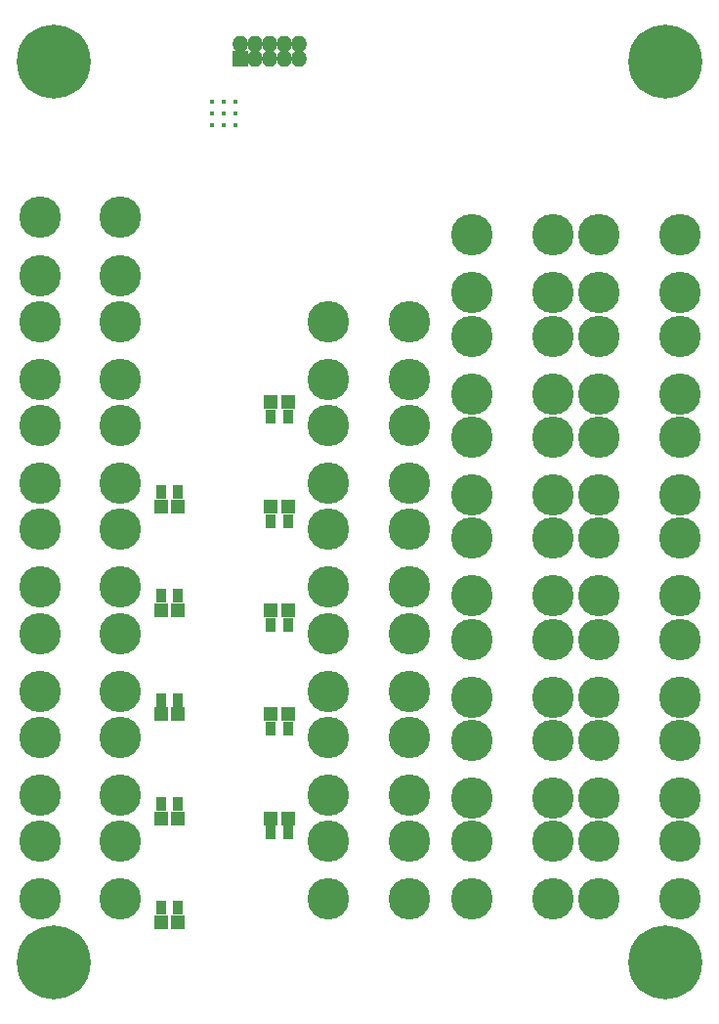
<source format=gbs>
G04 #@! TF.GenerationSoftware,KiCad,Pcbnew,(5.0.0)*
G04 #@! TF.CreationDate,2018-11-03T20:55:02-02:30*
G04 #@! TF.ProjectId,Power Distribution Board,506F7765722044697374726962757469,rev?*
G04 #@! TF.SameCoordinates,Original*
G04 #@! TF.FileFunction,Soldermask,Bot*
G04 #@! TF.FilePolarity,Negative*
%FSLAX46Y46*%
G04 Gerber Fmt 4.6, Leading zero omitted, Abs format (unit mm)*
G04 Created by KiCad (PCBNEW (5.0.0)) date 11/03/18 20:55:02*
%MOMM*%
%LPD*%
G01*
G04 APERTURE LIST*
%ADD10R,1.400000X1.400000*%
%ADD11O,1.400000X1.400000*%
%ADD12C,6.400000*%
%ADD13R,1.200000X1.150000*%
%ADD14C,3.600000*%
%ADD15R,0.900000X1.300000*%
%ADD16C,0.400000*%
G04 APERTURE END LIST*
D10*
G04 #@! TO.C,J29*
X119650000Y-18250000D03*
D11*
X119650000Y-16980000D03*
X120920000Y-18250000D03*
X120920000Y-16980000D03*
X122190000Y-18250000D03*
X122190000Y-16980000D03*
X123460000Y-18250000D03*
X123460000Y-16980000D03*
X124730000Y-18250000D03*
X124730000Y-16980000D03*
G04 #@! TD*
D12*
G04 #@! TO.C,REF\002A\002A*
X103500000Y-96500000D03*
G04 #@! TD*
G04 #@! TO.C,REF\002A\002A*
X156500000Y-96500000D03*
G04 #@! TD*
G04 #@! TO.C,REF\002A\002A*
X156500000Y-18500000D03*
G04 #@! TD*
D13*
G04 #@! TO.C,C2*
X123750000Y-48000000D03*
X122250000Y-48000000D03*
G04 #@! TD*
G04 #@! TO.C,C3*
X114250000Y-57000000D03*
X112750000Y-57000000D03*
G04 #@! TD*
G04 #@! TO.C,C8*
X123750000Y-66000000D03*
X122250000Y-66000000D03*
G04 #@! TD*
G04 #@! TO.C,C9*
X112750000Y-66000000D03*
X114250000Y-66000000D03*
G04 #@! TD*
G04 #@! TO.C,C10*
X123750000Y-57000000D03*
X122250000Y-57000000D03*
G04 #@! TD*
G04 #@! TO.C,C11*
X114250000Y-75000000D03*
X112750000Y-75000000D03*
G04 #@! TD*
G04 #@! TO.C,C17*
X114250000Y-84000000D03*
X112750000Y-84000000D03*
G04 #@! TD*
G04 #@! TO.C,C18*
X122250000Y-75000000D03*
X123750000Y-75000000D03*
G04 #@! TD*
G04 #@! TO.C,C19*
X112750000Y-93000000D03*
X114250000Y-93000000D03*
G04 #@! TD*
G04 #@! TO.C,C20*
X123750000Y-84000000D03*
X122250000Y-84000000D03*
G04 #@! TD*
D14*
G04 #@! TO.C,J1*
X109255000Y-41000000D03*
X102245000Y-41000000D03*
X102245000Y-46000000D03*
X109255000Y-46000000D03*
G04 #@! TD*
G04 #@! TO.C,J2*
X102245000Y-37000000D03*
X109255000Y-37000000D03*
X109255000Y-32000000D03*
X102245000Y-32000000D03*
G04 #@! TD*
G04 #@! TO.C,J3*
X127245000Y-41000000D03*
X134255000Y-41000000D03*
X134255000Y-46000000D03*
X127245000Y-46000000D03*
G04 #@! TD*
G04 #@! TO.C,J4*
X150745000Y-64750000D03*
X157755000Y-64750000D03*
X157755000Y-59750000D03*
X150745000Y-59750000D03*
G04 #@! TD*
G04 #@! TO.C,J5*
X139745000Y-68500000D03*
X146755000Y-68500000D03*
X146755000Y-73500000D03*
X139745000Y-73500000D03*
G04 #@! TD*
G04 #@! TO.C,J6*
X139745000Y-64750000D03*
X146755000Y-64750000D03*
X146755000Y-59750000D03*
X139745000Y-59750000D03*
G04 #@! TD*
G04 #@! TO.C,J7*
X150745000Y-42250000D03*
X157755000Y-42250000D03*
X157755000Y-47250000D03*
X150745000Y-47250000D03*
G04 #@! TD*
G04 #@! TO.C,J8*
X150745000Y-38500000D03*
X157755000Y-38500000D03*
X157755000Y-33500000D03*
X150745000Y-33500000D03*
G04 #@! TD*
G04 #@! TO.C,J9*
X139745000Y-77250000D03*
X146755000Y-77250000D03*
X146755000Y-82250000D03*
X139745000Y-82250000D03*
G04 #@! TD*
G04 #@! TO.C,J10*
X139745000Y-56000000D03*
X146755000Y-56000000D03*
X146755000Y-51000000D03*
X139745000Y-51000000D03*
G04 #@! TD*
G04 #@! TO.C,J11*
X150745000Y-51000000D03*
X157755000Y-51000000D03*
X157755000Y-56000000D03*
X150745000Y-56000000D03*
G04 #@! TD*
G04 #@! TO.C,J12*
X139745000Y-38500000D03*
X146755000Y-38500000D03*
X146755000Y-33500000D03*
X139745000Y-33500000D03*
G04 #@! TD*
G04 #@! TO.C,J13*
X150745000Y-77250000D03*
X157755000Y-77250000D03*
X157755000Y-82250000D03*
X150745000Y-82250000D03*
G04 #@! TD*
G04 #@! TO.C,J14*
X150745000Y-73500000D03*
X157755000Y-73500000D03*
X157755000Y-68500000D03*
X150745000Y-68500000D03*
G04 #@! TD*
G04 #@! TO.C,J15*
X139745000Y-86000000D03*
X146755000Y-86000000D03*
X146755000Y-91000000D03*
X139745000Y-91000000D03*
G04 #@! TD*
G04 #@! TO.C,J16*
X139745000Y-47250000D03*
X146755000Y-47250000D03*
X146755000Y-42250000D03*
X139745000Y-42250000D03*
G04 #@! TD*
G04 #@! TO.C,J17*
X150745000Y-86000000D03*
X157755000Y-86000000D03*
X157755000Y-91000000D03*
X150745000Y-91000000D03*
G04 #@! TD*
G04 #@! TO.C,J18*
X102245000Y-55000000D03*
X109255000Y-55000000D03*
X109255000Y-50000000D03*
X102245000Y-50000000D03*
G04 #@! TD*
G04 #@! TO.C,J19*
X127245000Y-50000000D03*
X134255000Y-50000000D03*
X134255000Y-55000000D03*
X127245000Y-55000000D03*
G04 #@! TD*
G04 #@! TO.C,J20*
X102245000Y-64000000D03*
X109255000Y-64000000D03*
X109255000Y-59000000D03*
X102245000Y-59000000D03*
G04 #@! TD*
G04 #@! TO.C,J21*
X127245000Y-59000000D03*
X134255000Y-59000000D03*
X134255000Y-64000000D03*
X127245000Y-64000000D03*
G04 #@! TD*
G04 #@! TO.C,J22*
X102245000Y-73000000D03*
X109255000Y-73000000D03*
X109255000Y-68000000D03*
X102245000Y-68000000D03*
G04 #@! TD*
G04 #@! TO.C,J23*
X127245000Y-68000000D03*
X134255000Y-68000000D03*
X134255000Y-73000000D03*
X127245000Y-73000000D03*
G04 #@! TD*
G04 #@! TO.C,J24*
X102245000Y-82000000D03*
X109255000Y-82000000D03*
X109255000Y-77000000D03*
X102245000Y-77000000D03*
G04 #@! TD*
G04 #@! TO.C,J25*
X134255000Y-77000000D03*
X127245000Y-77000000D03*
X127245000Y-82000000D03*
X134255000Y-82000000D03*
G04 #@! TD*
G04 #@! TO.C,J26*
X102245000Y-86000000D03*
X109255000Y-86000000D03*
X109255000Y-91000000D03*
X102245000Y-91000000D03*
G04 #@! TD*
G04 #@! TO.C,J27*
X127245000Y-86000000D03*
X134255000Y-86000000D03*
X134255000Y-91000000D03*
X127245000Y-91000000D03*
G04 #@! TD*
D15*
G04 #@! TO.C,R2*
X112750000Y-55750000D03*
X114250000Y-55750000D03*
G04 #@! TD*
G04 #@! TO.C,R3*
X122250000Y-49250000D03*
X123750000Y-49250000D03*
G04 #@! TD*
G04 #@! TO.C,R4*
X114250000Y-64750000D03*
X112750000Y-64750000D03*
G04 #@! TD*
G04 #@! TO.C,R5*
X122250000Y-58250000D03*
X123750000Y-58250000D03*
G04 #@! TD*
G04 #@! TO.C,R6*
X112750000Y-73750000D03*
X114250000Y-73750000D03*
G04 #@! TD*
G04 #@! TO.C,R7*
X123750000Y-67250000D03*
X122250000Y-67250000D03*
G04 #@! TD*
G04 #@! TO.C,R8*
X114250000Y-82750000D03*
X112750000Y-82750000D03*
G04 #@! TD*
G04 #@! TO.C,R9*
X123750000Y-76250000D03*
X122250000Y-76250000D03*
G04 #@! TD*
G04 #@! TO.C,R10*
X112750000Y-91750000D03*
X114250000Y-91750000D03*
G04 #@! TD*
G04 #@! TO.C,R11*
X123750000Y-85250000D03*
X122250000Y-85250000D03*
G04 #@! TD*
D16*
G04 #@! TO.C,U12*
X117200000Y-24000001D03*
X117200000Y-23000001D03*
X117200000Y-22000001D03*
X118200000Y-24000001D03*
X118200000Y-23000000D03*
X118200000Y-22000001D03*
X119200000Y-24000001D03*
X119200000Y-23000001D03*
X119200000Y-22000001D03*
G04 #@! TD*
D12*
G04 #@! TO.C,REF\002A\002A*
X103500000Y-18500000D03*
G04 #@! TD*
M02*

</source>
